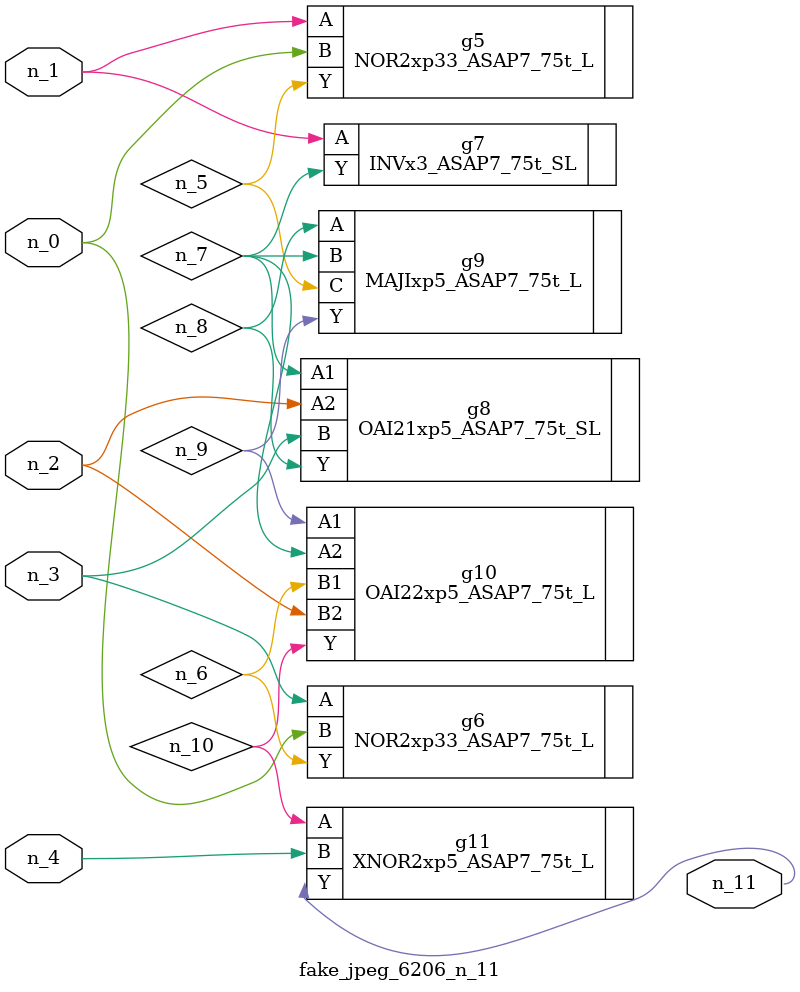
<source format=v>
module fake_jpeg_6206_n_11 (n_3, n_2, n_1, n_0, n_4, n_11);

input n_3;
input n_2;
input n_1;
input n_0;
input n_4;

output n_11;

wire n_10;
wire n_8;
wire n_9;
wire n_6;
wire n_5;
wire n_7;

NOR2xp33_ASAP7_75t_L g5 ( 
.A(n_1),
.B(n_0),
.Y(n_5)
);

NOR2xp33_ASAP7_75t_L g6 ( 
.A(n_3),
.B(n_0),
.Y(n_6)
);

INVx3_ASAP7_75t_SL g7 ( 
.A(n_1),
.Y(n_7)
);

OAI21xp5_ASAP7_75t_SL g8 ( 
.A1(n_7),
.A2(n_2),
.B(n_3),
.Y(n_8)
);

MAJIxp5_ASAP7_75t_L g9 ( 
.A(n_8),
.B(n_7),
.C(n_5),
.Y(n_9)
);

OAI22xp5_ASAP7_75t_L g10 ( 
.A1(n_9),
.A2(n_7),
.B1(n_6),
.B2(n_2),
.Y(n_10)
);

XNOR2xp5_ASAP7_75t_L g11 ( 
.A(n_10),
.B(n_4),
.Y(n_11)
);


endmodule
</source>
